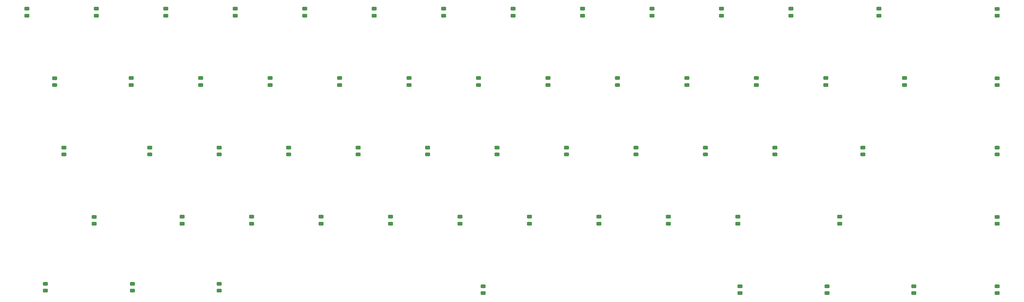
<source format=gbr>
%TF.GenerationSoftware,KiCad,Pcbnew,8.0.7*%
%TF.CreationDate,2024-12-25T15:12:27+08:00*%
%TF.ProjectId,keyboard,6b657962-6f61-4726-942e-6b696361645f,rev?*%
%TF.SameCoordinates,Original*%
%TF.FileFunction,Paste,Bot*%
%TF.FilePolarity,Positive*%
%FSLAX46Y46*%
G04 Gerber Fmt 4.6, Leading zero omitted, Abs format (unit mm)*
G04 Created by KiCad (PCBNEW 8.0.7) date 2024-12-25 15:12:27*
%MOMM*%
%LPD*%
G01*
G04 APERTURE LIST*
G04 Aperture macros list*
%AMRoundRect*
0 Rectangle with rounded corners*
0 $1 Rounding radius*
0 $2 $3 $4 $5 $6 $7 $8 $9 X,Y pos of 4 corners*
0 Add a 4 corners polygon primitive as box body*
4,1,4,$2,$3,$4,$5,$6,$7,$8,$9,$2,$3,0*
0 Add four circle primitives for the rounded corners*
1,1,$1+$1,$2,$3*
1,1,$1+$1,$4,$5*
1,1,$1+$1,$6,$7*
1,1,$1+$1,$8,$9*
0 Add four rect primitives between the rounded corners*
20,1,$1+$1,$2,$3,$4,$5,0*
20,1,$1+$1,$4,$5,$6,$7,0*
20,1,$1+$1,$6,$7,$8,$9,0*
20,1,$1+$1,$8,$9,$2,$3,0*%
G04 Aperture macros list end*
%ADD10RoundRect,0.243750X0.456250X-0.243750X0.456250X0.243750X-0.456250X0.243750X-0.456250X-0.243750X0*%
G04 APERTURE END LIST*
D10*
%TO.C,D40*%
X327438000Y-89654500D03*
X327438000Y-87779500D03*
%TD*%
%TO.C,D32*%
X169958000Y-89654500D03*
X169958000Y-87779500D03*
%TD*%
%TO.C,D35*%
X227108000Y-89654500D03*
X227108000Y-87779500D03*
%TD*%
%TO.C,D25*%
X298228000Y-70592000D03*
X298228000Y-68717000D03*
%TD*%
%TO.C,D49*%
X255048000Y-108692000D03*
X255048000Y-106817000D03*
%TD*%
%TO.C,D55*%
X127095500Y-127119500D03*
X127095500Y-125244500D03*
%TD*%
%TO.C,D51*%
X293148000Y-108692000D03*
X293148000Y-106817000D03*
%TD*%
%TO.C,D18*%
X164878000Y-70592000D03*
X164878000Y-68717000D03*
%TD*%
%TO.C,D12*%
X307753000Y-51542000D03*
X307753000Y-49667000D03*
%TD*%
%TO.C,D6*%
X193453000Y-51542000D03*
X193453000Y-49667000D03*
%TD*%
%TO.C,D3*%
X136303000Y-51542000D03*
X136303000Y-49667000D03*
%TD*%
%TO.C,D8*%
X231553000Y-51542000D03*
X231553000Y-49667000D03*
%TD*%
%TO.C,D10*%
X269653000Y-51542000D03*
X269653000Y-49667000D03*
%TD*%
%TO.C,D14*%
X364268000Y-51554500D03*
X364268000Y-49679500D03*
%TD*%
%TO.C,D16*%
X126778000Y-70592000D03*
X126778000Y-68717000D03*
%TD*%
%TO.C,D30*%
X131858000Y-89654500D03*
X131858000Y-87779500D03*
%TD*%
%TO.C,D9*%
X250603000Y-51542000D03*
X250603000Y-49667000D03*
%TD*%
%TO.C,D41*%
X364268000Y-89654500D03*
X364268000Y-87779500D03*
%TD*%
%TO.C,D13*%
X331883000Y-51542000D03*
X331883000Y-49667000D03*
%TD*%
%TO.C,D52*%
X321088000Y-108692000D03*
X321088000Y-106817000D03*
%TD*%
%TO.C,D20*%
X202978000Y-70592000D03*
X202978000Y-68717000D03*
%TD*%
%TO.C,D57*%
X223298000Y-127754500D03*
X223298000Y-125879500D03*
%TD*%
%TO.C,D23*%
X260128000Y-70592000D03*
X260128000Y-68717000D03*
%TD*%
%TO.C,D31*%
X150908000Y-89654500D03*
X150908000Y-87779500D03*
%TD*%
%TO.C,D7*%
X212503000Y-51542000D03*
X212503000Y-49667000D03*
%TD*%
%TO.C,D47*%
X216948000Y-108692000D03*
X216948000Y-106817000D03*
%TD*%
%TO.C,D42*%
X116618000Y-108704500D03*
X116618000Y-106829500D03*
%TD*%
%TO.C,D53*%
X364268000Y-108704500D03*
X364268000Y-106829500D03*
%TD*%
%TO.C,D58*%
X293783000Y-127767000D03*
X293783000Y-125892000D03*
%TD*%
%TO.C,D22*%
X241078000Y-70592000D03*
X241078000Y-68717000D03*
%TD*%
%TO.C,D2*%
X117253000Y-51542000D03*
X117253000Y-49667000D03*
%TD*%
%TO.C,D46*%
X197898000Y-108692000D03*
X197898000Y-106817000D03*
%TD*%
%TO.C,D39*%
X303308000Y-89654500D03*
X303308000Y-87779500D03*
%TD*%
%TO.C,D56*%
X150908000Y-127119500D03*
X150908000Y-125244500D03*
%TD*%
%TO.C,D33*%
X189008000Y-89654500D03*
X189008000Y-87779500D03*
%TD*%
%TO.C,D29*%
X108363000Y-89654500D03*
X108363000Y-87779500D03*
%TD*%
%TO.C,D24*%
X279178000Y-70592000D03*
X279178000Y-68717000D03*
%TD*%
%TO.C,D48*%
X235998000Y-108692000D03*
X235998000Y-106817000D03*
%TD*%
%TO.C,D43*%
X140748000Y-108692000D03*
X140748000Y-106817000D03*
%TD*%
%TO.C,D34*%
X208058000Y-89654500D03*
X208058000Y-87779500D03*
%TD*%
%TO.C,D15*%
X105823000Y-70604500D03*
X105823000Y-68729500D03*
%TD*%
%TO.C,D17*%
X145828000Y-70592000D03*
X145828000Y-68717000D03*
%TD*%
%TO.C,D1*%
X98203000Y-51542000D03*
X98203000Y-49667000D03*
%TD*%
%TO.C,D19*%
X183928000Y-70592000D03*
X183928000Y-68717000D03*
%TD*%
%TO.C,D60*%
X341408000Y-127767000D03*
X341408000Y-125892000D03*
%TD*%
%TO.C,D37*%
X265208000Y-89654500D03*
X265208000Y-87779500D03*
%TD*%
%TO.C,D21*%
X222028000Y-70592000D03*
X222028000Y-68717000D03*
%TD*%
%TO.C,D4*%
X155353000Y-51542000D03*
X155353000Y-49667000D03*
%TD*%
%TO.C,D27*%
X338868000Y-70592000D03*
X338868000Y-68717000D03*
%TD*%
%TO.C,D26*%
X317278000Y-70592000D03*
X317278000Y-68717000D03*
%TD*%
%TO.C,D28*%
X364268000Y-70604500D03*
X364268000Y-68729500D03*
%TD*%
%TO.C,D11*%
X288703000Y-51542000D03*
X288703000Y-49667000D03*
%TD*%
%TO.C,D36*%
X246158000Y-89654500D03*
X246158000Y-87779500D03*
%TD*%
%TO.C,D38*%
X284258000Y-89654500D03*
X284258000Y-87779500D03*
%TD*%
%TO.C,D54*%
X103283000Y-127119500D03*
X103283000Y-125244500D03*
%TD*%
%TO.C,D45*%
X178848000Y-108692000D03*
X178848000Y-106817000D03*
%TD*%
%TO.C,D5*%
X174403000Y-51542000D03*
X174403000Y-49667000D03*
%TD*%
%TO.C,D44*%
X159798000Y-108692000D03*
X159798000Y-106817000D03*
%TD*%
%TO.C,D50*%
X274098000Y-108692000D03*
X274098000Y-106817000D03*
%TD*%
%TO.C,D59*%
X317595500Y-127767000D03*
X317595500Y-125892000D03*
%TD*%
%TO.C,D61*%
X364268000Y-127767000D03*
X364268000Y-125892000D03*
%TD*%
M02*

</source>
